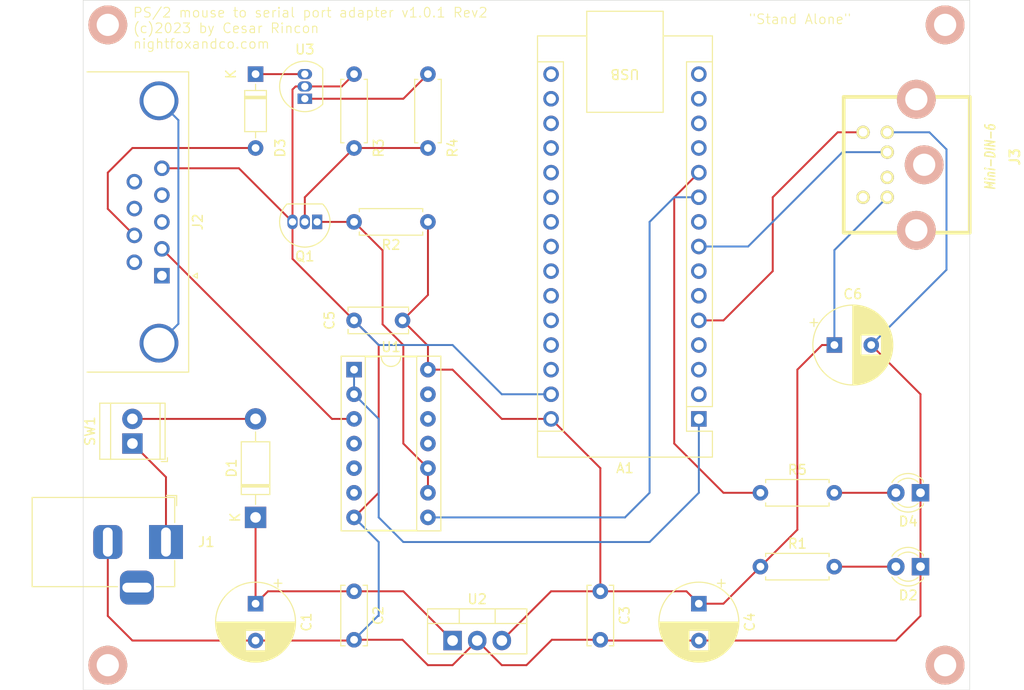
<source format=kicad_pcb>
(kicad_pcb (version 20221018) (generator pcbnew)
  (layers (0 "F.Cu" signal) (31 "B.Cu" signal) (34 "B.Paste" user) (35 "F.Paste" user) (36 "B.SilkS" user "B.Silkscreen") (37 "F.SilkS" user "F.Silkscreen") (38 "B.Mask" user) (39 "F.Mask" user) (44 "Edge.Cuts" user))
  (net 0 "")
  (net 1 "Net-(SW1-A)")
  (net 2 "Net-(D1-A)")
  (net 3 "Net-(A1-VIN)")
  (net 4 "Net-(D2-A)")
  (net 5 "Net-(Q1-C)")
  (net 6 "Net-(Q1-B)")
  (net 7 "Net-(D2-K)")
  (net 8 "Net-(U3-VO)")
  (net 9 "Net-(A1-D8)")
  (net 10 "Net-(D4-A)")
  (net 11 "Net-(D3-K)")
  (net 12 "Net-(D1-K)")
  (net 13 "Net-(A1-D1{slash}TX)")
  (net 14 "Net-(J2-Pad2)")
  (net 15 "Net-(A1-D7)")
  (net 19 "Net-(A1-D2)")
  (net 22 "Net-(A1-D5)")
  (net 41 "Net-(D3-A)")
  (net 44 "unconnected-(J2-PAD-Pad0)")
  (footprint "Connector_BarrelJack:BarrelJack_Horizontal" (layer "F.Cu") (at 33.94 81.28)
    (fp_text reference "J1" (at 4.16 0) (layer "F.SilkS"))
    (fp_text value "Barrel Jack 2.1 mm")
    (pad "1" thru_hole rect (at 0 0) (size 3.5 3.5) (drill oval 1 3) (layers "*.Cu" "*.Mask") (net 1 "Net-(SW1-A)"))
    (pad "2" thru_hole roundrect (at -6 0) (size 3 3.5) (drill oval 1 3) (layers "*.Cu" "*.Mask") (net 7 "Net-(D2-K)"))
    (pad "3" thru_hole roundrect (at -3 4.7) (size 3.5 3.5) (drill oval 3 1) (layers "*.Cu" "*.Mask"))
  )
  (footprint "Capacitor_THT:CP_Radial_D8.0mm_P3.80mm" (layer "F.Cu") (at 88.9 87.64 -90)
    (fp_text reference "C4" (at 1.9 -5.25 90) (layer "F.SilkS"))
    (fp_text value "220uF")
    (pad "1" thru_hole rect (at 0 0 270) (size 1.6 1.6) (drill 0.8) (layers "*.Cu" "*.Mask") (net 3 "Net-(A1-VIN)"))
    (pad "2" thru_hole circle (at 3.8 0 270) (size 1.6 1.6) (drill 0.8) (layers "*.Cu" "*.Mask") (net 7 "Net-(D2-K)"))
  )
  (footprint "" (layer "F.Cu") (at 27.94 27.94)
    (fp_text reference "" (at 0 0) (layer "F.SilkS") (effects (font (size 1.27 1.27))))
    (fp_text value "" (at 0 0) (layer "F.SilkS") (effects (font (size 1.27 1.27))))
    (pad "GND" thru_hole circle (at 0 0 270) (size 4.0005 4.0005) (drill 2.29108) (layers "*.Cu" "*.SilkS" "*.Mask"))
  )
  (footprint "" (layer "F.Cu") (at 114.3 93.98)
    (fp_text reference "" (at 0 0) (layer "F.SilkS") (effects (font (size 1.27 1.27))))
    (fp_text value "" (at 0 0) (layer "F.SilkS") (effects (font (size 1.27 1.27))))
    (pad "GND" thru_hole circle (at 0 0 270) (size 4.0005 4.0005) (drill 2.29108) (layers "*.Cu" "*.SilkS" "*.Mask"))
  )
  (footprint "Diode_THT:D_DO-41_SOD81_P10.16mm_Horizontal" (layer "F.Cu") (at 43.18 78.74 90)
    (fp_text reference "D1" (at 5.08 -2.47 90) (layer "F.SilkS"))
    (fp_text value "1N5817")
    (fp_text user "K" (at 0 -2.1 90) (layer "F.SilkS"))
    (pad "1" thru_hole rect (at 0 0 90) (size 2.2 2.2) (drill 1.1) (layers "*.Cu" "*.Mask") (net 12 "Net-(D1-K)"))
    (pad "2" thru_hole oval (at 10.16 0 90) (size 2.2 2.2) (drill 1.1) (layers "*.Cu" "*.Mask") (net 2 "Net-(D1-A)"))
  )
  (footprint "LED_THT:LED_D3.0mm" (layer "F.Cu") (at 111.76 83.82 180)
    (fp_text reference "D2" (at 1.27 -2.96) (layer "F.SilkS"))
    (fp_text value "3mm RED")
    (pad "1" thru_hole rect (at 0 0 180) (size 1.8 1.8) (drill 0.9) (layers "*.Cu" "*.Mask") (net 7 "Net-(D2-K)"))
    (pad "2" thru_hole circle (at 2.54 0 180) (size 1.8 1.8) (drill 0.9) (layers "*.Cu" "*.Mask") (net 4 "Net-(D2-A)"))
  )
  (footprint "Package_DIP:DIP-14_W7.62mm_Socket" (layer "F.Cu") (at 53.34 63.5)
    (fp_text reference "U1" (at 3.81 -2.33) (layer "F.SilkS"))
    (fp_text value "74LS00")
    (pad "1" thru_hole rect (at 0 0) (size 1.6 1.6) (drill 0.8) (layers "*.Cu" "*.Mask") (net 13 "Net-(A1-D1{slash}TX)"))
    (pad "2" thru_hole oval (at 0 2.54) (size 1.6 1.6) (drill 0.8) (layers "*.Cu" "*.Mask") (net 13 "Net-(A1-D1{slash}TX)"))
    (pad "3" thru_hole oval (at 0 5.08) (size 1.6 1.6) (drill 0.8) (layers "*.Cu" "*.Mask") (net 14 "Net-(J2-Pad2)"))
    (pad "4" thru_hole oval (at 0 7.62) (size 1.6 1.6) (drill 0.8) (layers "*.Cu" "*.Mask"))
    (pad "5" thru_hole oval (at 0 10.16) (size 1.6 1.6) (drill 0.8) (layers "*.Cu" "*.Mask"))
    (pad "6" thru_hole oval (at 0 12.7) (size 1.6 1.6) (drill 0.8) (layers "*.Cu" "*.Mask"))
    (pad "7" thru_hole oval (at 0 15.24) (size 1.6 1.6) (drill 0.8) (layers "*.Cu" "*.Mask") (net 7 "Net-(D2-K)"))
    (pad "8" thru_hole oval (at 7.62 15.24) (size 1.6 1.6) (drill 0.8) (layers "*.Cu" "*.Mask") (net 15 "Net-(A1-D7)"))
    (pad "9" thru_hole oval (at 7.62 12.7) (size 1.6 1.6) (drill 0.8) (layers "*.Cu" "*.Mask") (net 5 "Net-(Q1-C)"))
    (pad "10" thru_hole oval (at 7.62 10.16) (size 1.6 1.6) (drill 0.8) (layers "*.Cu" "*.Mask") (net 5 "Net-(Q1-C)"))
    (pad "11" thru_hole oval (at 7.62 7.62) (size 1.6 1.6) (drill 0.8) (layers "*.Cu" "*.Mask"))
    (pad "12" thru_hole oval (at 7.62 5.08) (size 1.6 1.6) (drill 0.8) (layers "*.Cu" "*.Mask"))
    (pad "13" thru_hole oval (at 7.62 2.54) (size 1.6 1.6) (drill 0.8) (layers "*.Cu" "*.Mask"))
    (pad "14" thru_hole oval (at 7.62 0) (size 1.6 1.6) (drill 0.8) (layers "*.Cu" "*.Mask") (net 3 "Net-(A1-VIN)"))
  )
  (footprint "Diode_THT:D_DO-35_SOD27_P7.62mm_Horizontal" (layer "F.Cu") (at 43.18 33.02 -90)
    (fp_text reference "D3" (at 7.62 -2.54 90) (layer "F.SilkS"))
    (fp_text value "1N4148")
    (fp_text user "K" (at 0 2.54 90) (layer "F.SilkS"))
    (pad "1" thru_hole rect (at 0 0 270) (size 1.6 1.6) (drill 0.8) (layers "*.Cu" "*.Mask") (net 11 "Net-(D3-K)"))
    (pad "2" thru_hole oval (at 7.62 0 270) (size 1.6 1.6) (drill 0.8) (layers "*.Cu" "*.Mask") (net 41 "Net-(D3-A)"))
  )
  (footprint "Resistor_THT:R_Axial_DIN0207_L6.3mm_D2.5mm_P7.62mm_Horizontal" (layer "F.Cu") (at 60.96 40.64 90)
    (fp_text reference "R4" (at 0 2.54 90) (layer "F.SilkS"))
    (fp_text value "1K")
    (pad "1" thru_hole circle (at 0 0 90) (size 1.6 1.6) (drill 0.8) (layers "*.Cu" "*.Mask") (net 6 "Net-(Q1-B)"))
    (pad "2" thru_hole oval (at 7.62 0 90) (size 1.6 1.6) (drill 0.8) (layers "*.Cu" "*.Mask") (net 8 "Net-(U3-VO)"))
  )
  (footprint "Capacitor_THT:C_Disc_D6.0mm_W2.5mm_P5.00mm" (layer "F.Cu") (at 53.34 86.36 -90)
    (fp_text reference "C2" (at 2.5 -2.5 90) (layer "F.SilkS"))
    (fp_text value "100nF")
    (pad "1" thru_hole circle (at 0 0 270) (size 1.6 1.6) (drill 0.8) (layers "*.Cu" "*.Mask") (net 12 "Net-(D1-K)"))
    (pad "2" thru_hole circle (at 5 0 270) (size 1.6 1.6) (drill 0.8) (layers "*.Cu" "*.Mask") (net 7 "Net-(D2-K)"))
  )
  (footprint "Resistor_THT:R_Axial_DIN0207_L6.3mm_D2.5mm_P7.62mm_Horizontal" (layer "F.Cu") (at 53.34 40.64 90)
    (fp_text reference "R3" (at 0 2.54 90) (layer "F.SilkS"))
    (fp_text value "10K")
    (pad "1" thru_hole circle (at 0 0 90) (size 1.6 1.6) (drill 0.8) (layers "*.Cu" "*.Mask") (net 6 "Net-(Q1-B)"))
    (pad "2" thru_hole oval (at 7.62 0 90) (size 1.6 1.6) (drill 0.8) (layers "*.Cu" "*.Mask") (net 7 "Net-(D2-K)"))
  )
  (footprint "LED_THT:LED_D3.0mm" (layer "F.Cu") (at 111.76 76.2 180)
    (fp_text reference "D4" (at 1.27 -2.96) (layer "F.SilkS"))
    (fp_text value "3mm YELLOW")
    (pad "1" thru_hole rect (at 0 0 180) (size 1.8 1.8) (drill 0.9) (layers "*.Cu" "*.Mask") (net 7 "Net-(D2-K)"))
    (pad "2" thru_hole circle (at 2.54 0 180) (size 1.8 1.8) (drill 0.9) (layers "*.Cu" "*.Mask") (net 10 "Net-(D4-A)"))
  )
  (footprint "Package_TO_SOT_THT:TO-92_Inline" (layer "F.Cu") (at 48.26 35.56 90)
    (fp_text reference "U3" (at 5.08 0) (layer "F.SilkS"))
    (fp_text value "L78L05")
    (pad "1" thru_hole rect (at 0 0 90) (size 1.05 1.5) (drill 0.75) (layers "*.Cu" "*.Mask") (net 8 "Net-(U3-VO)"))
    (pad "2" thru_hole oval (at 1.27 0 90) (size 1.05 1.5) (drill 0.75) (layers "*.Cu" "*.Mask") (net 7 "Net-(D2-K)"))
    (pad "3" thru_hole oval (at 2.54 0 90) (size 1.05 1.5) (drill 0.75) (layers "*.Cu" "*.Mask") (net 11 "Net-(D3-K)"))
  )
  (footprint "" (layer "F.Cu") (at 27.94 93.98)
    (fp_text reference "" (at 0 0) (layer "F.SilkS") (effects (font (size 1.27 1.27))))
    (fp_text value "" (at 0 0) (layer "F.SilkS") (effects (font (size 1.27 1.27))))
    (pad "GND" thru_hole circle (at 0 0 270) (size 4.0005 4.0005) (drill 2.29108) (layers "*.Cu" "*.SilkS" "*.Mask"))
  )
  (footprint "Resistor_THT:R_Axial_DIN0207_L6.3mm_D2.5mm_P7.62mm_Horizontal" (layer "F.Cu") (at 60.96 48.26 180)
    (fp_text reference "R2" (at 3.81 -2.37) (layer "F.SilkS"))
    (fp_text value "10K")
    (pad "1" thru_hole circle (at 0 0 180) (size 1.6 1.6) (drill 0.8) (layers "*.Cu" "*.Mask") (net 3 "Net-(A1-VIN)"))
    (pad "2" thru_hole oval (at 7.62 0 180) (size 1.6 1.6) (drill 0.8) (layers "*.Cu" "*.Mask") (net 5 "Net-(Q1-C)"))
  )
  (footprint "Resistor_THT:R_Axial_DIN0207_L6.3mm_D2.5mm_P7.62mm_Horizontal" (layer "F.Cu") (at 95.25 76.2)
    (fp_text reference "R5" (at 3.81 -2.37) (layer "F.SilkS"))
    (fp_text value "330R")
    (pad "1" thru_hole circle (at 0 0) (size 1.6 1.6) (drill 0.8) (layers "*.Cu" "*.Mask") (net 9 "Net-(A1-D8)"))
    (pad "2" thru_hole oval (at 7.62 0) (size 1.6 1.6) (drill 0.8) (layers "*.Cu" "*.Mask") (net 10 "Net-(D4-A)"))
  )
  (footprint "" (layer "F.Cu") (at 114.3 27.94)
    (fp_text reference "" (at 0 0) (layer "F.SilkS") (effects (font (size 1.27 1.27))))
    (fp_text value "" (at 0 0) (layer "F.SilkS") (effects (font (size 1.27 1.27))))
    (pad "GND" thru_hole circle (at 0 0 270) (size 4.0005 4.0005) (drill 2.29108) (layers "*.Cu" "*.SilkS" "*.Mask"))
  )
  (footprint "Capacitor_THT:C_Disc_D6.0mm_W2.5mm_P5.00mm" (layer "F.Cu") (at 78.74 86.36 -90)
    (fp_text reference "C3" (at 2.5 -2.5 90) (layer "F.SilkS"))
    (fp_text value "100nF")
    (pad "1" thru_hole circle (at 0 0 270) (size 1.6 1.6) (drill 0.8) (layers "*.Cu" "*.Mask") (net 3 "Net-(A1-VIN)"))
    (pad "2" thru_hole circle (at 5 0 270) (size 1.6 1.6) (drill 0.8) (layers "*.Cu" "*.Mask") (net 7 "Net-(D2-K)"))
  )
  (footprint "Connector_Dsub:DSUB-9_Female_Horizontal_P2.77x2.84mm_EdgePinOffset4.94mm_Housed_MountingHolesOffset7.48mm" (layer "F.Cu") (at 33.520331 53.81 -90)
    (fp_text reference "J2" (at -5.54 -3.7 90) (layer "F.SilkS"))
    (fp_text value "DB9 Female")
    (pad "0" thru_hole circle (at -18.04 0.3 270) (size 4 4) (drill 3.2) (layers "*.Cu" "*.Mask") (net 44 "unconnected-(J2-PAD-Pad0)"))
    (pad "0" thru_hole circle (at 6.96 0.3 270) (size 4 4) (drill 3.2) (layers "*.Cu" "*.Mask") (net 44 "unconnected-(J2-PAD-Pad0)"))
    (pad "1" thru_hole rect (at 0 0 270) (size 1.6 1.6) (drill 1) (layers "*.Cu" "*.Mask"))
    (pad "2" thru_hole circle (at -2.77 0 270) (size 1.6 1.6) (drill 1) (layers "*.Cu" "*.Mask") (net 14 "Net-(J2-Pad2)"))
    (pad "3" thru_hole circle (at -5.54 0 270) (size 1.6 1.6) (drill 1) (layers "*.Cu" "*.Mask"))
    (pad "4" thru_hole circle (at -8.31 0 270) (size 1.6 1.6) (drill 1) (layers "*.Cu" "*.Mask"))
    (pad "5" thru_hole circle (at -11.08 0 270) (size 1.6 1.6) (drill 1) (layers "*.Cu" "*.Mask") (net 7 "Net-(D2-K)"))
    (pad "6" thru_hole circle (at -1.385 2.84 270) (size 1.6 1.6) (drill 1) (layers "*.Cu" "*.Mask"))
    (pad "7" thru_hole circle (at -4.155 2.84 270) (size 1.6 1.6) (drill 1) (layers "*.Cu" "*.Mask") (net 41 "Net-(D3-A)"))
    (pad "8" thru_hole circle (at -6.925 2.84 270) (size 1.6 1.6) (drill 1) (layers "*.Cu" "*.Mask"))
    (pad "9" thru_hole circle (at -9.695 2.84 270) (size 1.6 1.6) (drill 1) (layers "*.Cu" "*.Mask"))
  )
  (footprint "Package_TO_SOT_THT:TO-92_Inline" (layer "F.Cu") (at 49.53 48.26 180)
    (fp_text reference "Q1" (at 1.27 -3.56) (layer "F.SilkS"))
    (fp_text value "BC547")
    (pad "1" thru_hole rect (at 0 0 180) (size 1.05 1.5) (drill 0.75) (layers "*.Cu" "*.Mask") (net 5 "Net-(Q1-C)"))
    (pad "2" thru_hole oval (at 1.27 0 180) (size 1.05 1.5) (drill 0.75) (layers "*.Cu" "*.Mask") (net 6 "Net-(Q1-B)"))
    (pad "3" thru_hole oval (at 2.54 0 180) (size 1.05 1.5) (drill 0.75) (layers "*.Cu" "*.Mask") (net 7 "Net-(D2-K)"))
  )
  (footprint "Module:Arduino_Nano" (layer "F.Cu") (at 88.9 68.58 180)
    (fp_text reference "A1" (at 7.62 -5.08) (layer "F.SilkS"))
    (fp_text value "Arduino NANO v3")
    (fp_text user "USB" (at 7.62 35.56 180 unlocked) (layer "F.SilkS"))
    (pad "1" thru_hole rect (at 0 0 180) (size 1.6 1.6) (drill 1) (layers "*.Cu" "*.Mask") (net 13 "Net-(A1-D1{slash}TX)"))
    (pad "2" thru_hole oval (at 0 2.54 180) (size 1.6 1.6) (drill 1) (layers "*.Cu" "*.Mask"))
    (pad "3" thru_hole oval (at 0 5.08 180) (size 1.6 1.6) (drill 1) (layers "*.Cu" "*.Mask"))
    (pad "4" thru_hole oval (at 0 7.62 180) (size 1.6 1.6) (drill 1) (layers "*.Cu" "*.Mask"))
    (pad "5" thru_hole oval (at 0 10.16 180) (size 1.6 1.6) (drill 1) (layers "*.Cu" "*.Mask") (net 19 "Net-(A1-D2)"))
    (pad "6" thru_hole oval (at 0 12.7 180) (size 1.6 1.6) (drill 1) (layers "*.Cu" "*.Mask"))
    (pad "7" thru_hole oval (at 0 15.24 180) (size 1.6 1.6) (drill 1) (layers "*.Cu" "*.Mask"))
    (pad "8" thru_hole oval (at 0 17.78 180) (size 1.6 1.6) (drill 1) (layers "*.Cu" "*.Mask") (net 22 "Net-(A1-D5)"))
    (pad "9" thru_hole oval (at 0 20.32 180) (size 1.6 1.6) (drill 1) (layers "*.Cu" "*.Mask"))
    (pad "10" thru_hole oval (at 0 22.86 180) (size 1.6 1.6) (drill 1) (layers "*.Cu" "*.Mask") (net 15 "Net-(A1-D7)"))
    (pad "11" thru_hole oval (at 0 25.4 180) (size 1.6 1.6) (drill 1) (layers "*.Cu" "*.Mask") (net 9 "Net-(A1-D8)"))
    (pad "12" thru_hole oval (at 0 27.94 180) (size 1.6 1.6) (drill 1) (layers "*.Cu" "*.Mask"))
    (pad "13" thru_hole oval (at 0 30.48 180) (size 1.6 1.6) (drill 1) (layers "*.Cu" "*.Mask"))
    (pad "14" thru_hole oval (at 0 33.02 180) (size 1.6 1.6) (drill 1) (layers "*.Cu" "*.Mask"))
    (pad "15" thru_hole oval (at 0 35.56 180) (size 1.6 1.6) (drill 1) (layers "*.Cu" "*.Mask"))
    (pad "16" thru_hole oval (at 15.24 35.56 180) (size 1.6 1.6) (drill 1) (layers "*.Cu" "*.Mask"))
    (pad "17" thru_hole oval (at 15.24 33.02 180) (size 1.6 1.6) (drill 1) (layers "*.Cu" "*.Mask"))
    (pad "18" thru_hole oval (at 15.24 30.48 180) (size 1.6 1.6) (drill 1) (layers "*.Cu" "*.Mask"))
    (pad "19" thru_hole oval (at 15.24 27.94 180) (size 1.6 1.6) (drill 1) (layers "*.Cu" "*.Mask"))
    (pad "20" thru_hole oval (at 15.24 25.4 180) (size 1.6 1.6) (drill 1) (layers "*.Cu" "*.Mask"))
    (pad "21" thru_hole oval (at 15.24 22.86 180) (size 1.6 1.6) (drill 1) (layers "*.Cu" "*.Mask"))
    (pad "22" thru_hole oval (at 15.24 20.32 180) (size 1.6 1.6) (drill 1) (layers "*.Cu" "*.Mask"))
    (pad "23" thru_hole oval (at 15.24 17.78 180) (size 1.6 1.6) (drill 1) (layers "*.Cu" "*.Mask"))
    (pad "24" thru_hole oval (at 15.24 15.24 180) (size 1.6 1.6) (drill 1) (layers "*.Cu" "*.Mask"))
    (pad "25" thru_hole oval (at 15.24 12.7 180) (size 1.6 1.6) (drill 1) (layers "*.Cu" "*.Mask"))
    (pad "26" thru_hole oval (at 15.24 10.16 180) (size 1.6 1.6) (drill 1) (layers "*.Cu" "*.Mask"))
    (pad "27" thru_hole oval (at 15.24 7.62 180) (size 1.6 1.6) (drill 1) (layers "*.Cu" "*.Mask"))
    (pad "28" thru_hole oval (at 15.24 5.08 180) (size 1.6 1.6) (drill 1) (layers "*.Cu" "*.Mask"))
    (pad "29" thru_hole oval (at 15.24 2.54 180) (size 1.6 1.6) (drill 1) (layers "*.Cu" "*.Mask") (net 7 "Net-(D2-K)"))
    (pad "30" thru_hole oval (at 15.24 0 180) (size 1.6 1.6) (drill 1) (layers "*.Cu" "*.Mask") (net 3 "Net-(A1-VIN)"))
  )
  (footprint "Resistor_THT:R_Axial_DIN0207_L6.3mm_D2.5mm_P7.62mm_Horizontal" (layer "F.Cu") (at 95.25 83.82)
    (fp_text reference "R1" (at 3.81 -2.37) (layer "F.SilkS"))
    (fp_text value "330R")
    (pad "1" thru_hole circle (at 0 0) (size 1.6 1.6) (drill 0.8) (layers "*.Cu" "*.Mask") (net 3 "Net-(A1-VIN)"))
    (pad "2" thru_hole oval (at 7.62 0) (size 1.6 1.6) (drill 0.8) (layers "*.Cu" "*.Mask") (net 4 "Net-(D2-A)"))
  )
  (footprint "Package_TO_SOT_THT:TO-220-3_Vertical" (layer "F.Cu") (at 63.5 91.44)
    (fp_text reference "U2" (at 2.54 -4.27) (layer "F.SilkS"))
    (fp_text value "L7805")
    (pad "1" thru_hole rect (at 0 0) (size 1.905 2) (drill 1.1) (layers "*.Cu" "*.Mask") (net 12 "Net-(D1-K)"))
    (pad "2" thru_hole oval (at 2.54 0) (size 1.905 2) (drill 1.1) (layers "*.Cu" "*.Mask") (net 7 "Net-(D2-K)"))
    (pad "3" thru_hole oval (at 5.08 0) (size 1.905 2) (drill 1.1) (layers "*.Cu" "*.Mask") (net 3 "Net-(A1-VIN)"))
  )
  (footprint "CustomFootPrints:Conn_Mini_DIN_6pin" (layer "F.Cu") (at 116.84 42.36974 -90)
    (fp_text reference "J3" (at -0.81026 -4.65074 90) (layer "F.SilkS") (effects (font (size 1.016 1.016) (thickness 0.2032))))
    (fp_text value "Mini-DIN-6" (at -0.81026 -2.11074 90) (layer "F.SilkS") (effects (font (size 1.016 0.762) (thickness 0.1524) italic)))
    (pad "1" thru_hole circle (at -1.30048 8.509 90) (size 1.3716 1.3716) (drill 0.889) (layers "*.Cu" "*.Mask" "F.SilkS") (net 22 "Net-(A1-D5)"))
    (pad "2" thru_hole circle (at 1.30048 8.509 90) (size 1.3716 1.3716) (drill 0.889) (layers "*.Cu" "*.Mask" "F.SilkS"))
    (pad "3" thru_hole circle (at -3.35026 8.509 90) (size 1.3716 1.3716) (drill 0.889) (layers "*.Cu" "*.Mask" "F.SilkS") (net 7 "Net-(D2-K)"))
    (pad "4" thru_hole circle (at 3.35026 8.509 90) (size 1.3716 1.3716) (drill 0.889) (layers "*.Cu" "*.Mask" "F.SilkS") (net 3 "Net-(A1-VIN)"))
    (pad "5" thru_hole circle (at -3.35026 11.00074 90) (size 1.3716 1.3716) (drill 0.889) (layers "*.Cu" "*.Mask" "F.SilkS") (net 19 "Net-(A1-D2)"))
    (pad "6" thru_hole circle (at 3.35026 11.00074 90) (size 1.3716 1.3716) (drill 0.889) (layers "*.Cu" "*.Mask" "F.SilkS"))
    (pad "GND" thru_hole circle (at -6.75894 5.50926 90) (size 4.0005 4.0005) (drill 2.29108) (layers "*.Cu" "*.SilkS" "*.Mask"))
    (pad "GND" thru_hole circle (at 0 4.699 90) (size 4.0005 4.0005) (drill 2.29108) (layers "*.Cu" "*.SilkS" "*.Mask"))
    (pad "GND" thru_hole circle (at 6.75894 5.50926 90) (size 4.0005 4.0005) (drill 2.29108) (layers "*.Cu" "*.SilkS" "*.Mask"))
  )
  (footprint "Capacitor_THT:CP_Radial_D8.0mm_P3.80mm" (layer "F.Cu") (at 43.18 87.64 -90)
    (fp_text reference "C1" (at 1.9 -5.25 90) (layer "F.SilkS"))
    (fp_text value "470uF")
    (pad "1" thru_hole rect (at 0 0 270) (size 1.6 1.6) (drill 0.8) (layers "*.Cu" "*.Mask") (net 12 "Net-(D1-K)"))
    (pad "2" thru_hole circle (at 3.8 0 270) (size 1.6 1.6) (drill 0.8) (layers "*.Cu" "*.Mask") (net 7 "Net-(D2-K)"))
  )
  (footprint "Capacitor_THT:CP_Radial_D8.0mm_P3.80mm" (layer "F.Cu") (at 102.88 60.96)
    (fp_text reference "C6" (at 1.9 -5.25) (layer "F.SilkS"))
    (fp_text value "100uF")
    (pad "1" thru_hole rect (at 0 0) (size 1.6 1.6) (drill 0.8) (layers "*.Cu" "*.Mask") (net 3 "Net-(A1-VIN)"))
    (pad "2" thru_hole circle (at 3.8 0) (size 1.6 1.6) (drill 0.8) (layers "*.Cu" "*.Mask") (net 7 "Net-(D2-K)"))
  )
  (footprint "TerminalBlock_TE-Connectivity:TerminalBlock_TE_282834-2_1x02_P2.54mm_Horizontal" (layer "F.Cu") (at 30.48 71.12 90)
    (fp_text reference "SW1" (at 1.27 -4.37 90) (layer "F.SilkS"))
    (fp_text value "1C2P")
    (pad "1" thru_hole rect (at 0 0 90) (size 2.1 2.1) (drill 1.1) (layers "*.Cu" "*.Mask") (net 1 "Net-(SW1-A)"))
    (pad "2" thru_hole circle (at 2.54 0 90) (size 2.1 2.1) (drill 1.1) (layers "*.Cu" "*.Mask") (net 2 "Net-(D1-A)"))
  )
  (footprint "Capacitor_THT:C_Disc_D6.0mm_W2.5mm_P5.00mm" (layer "F.Cu") (at 58.34 58.42 180)
    (fp_text reference "C5" (at 7.54 0 90) (layer "F.SilkS"))
    (fp_text value "100nF")
    (pad "1" thru_hole circle (at 0 0 180) (size 1.6 1.6) (drill 0.8) (layers "*.Cu" "*.Mask") (net 3 "Net-(A1-VIN)"))
    (pad "2" thru_hole circle (at 5 0 180) (size 1.6 1.6) (drill 0.8) (layers "*.Cu" "*.Mask") (net 7 "Net-(D2-K)"))
  )
  (gr_rect (start 25.4 25.4) (end 116.84 96.52) (stroke (width 0.05)) (fill none) (layer "Edge.Cuts"))
  (gr_text "PS/2 mouse to serial port adapter v1.0.1 Rev2\n(c)2023 by Cesar Rincon\nnightfoxandco.com" (at 30.48 30.48) (layer "F.SilkS") (effects (font (size 1 1) (thickness 0.1)) (justify left bottom)))
  (gr_text "{dblquote}Stand Alone{dblquote}" (at 93.98 27.94) (layer "F.SilkS") (effects (font (size 1 1) (thickness 0.1)) (justify left bottom)))
  (segment (start 33.94 81.28) (end 33.94 74.58) (width 0.2) (layer "F.Cu") (net 1))
  (segment (start 33.94 74.58) (end 30.48 71.12) (width 0.2) (layer "F.Cu") (net 1))
  (segment (start 30.48 68.58) (end 43.18 68.58) (width 0.2) (layer "F.Cu") (net 2))
  (segment (start 78.74 86.36) (end 73.66 86.36) (width 0.2) (layer "F.Cu") (net 3))
  (segment (start 87.62 86.36) (end 88.9 87.64) (width 0.2) (layer "F.Cu") (net 3))
  (segment (start 78.74 86.36) (end 87.62 86.36) (width 0.2) (layer "F.Cu") (net 3))
  (segment (start 78.74 73.66) (end 73.66 68.58) (width 0.2) (layer "F.Cu") (net 3))
  (segment (start 60.96 61.04) (end 58.34 58.42) (width 0.2) (layer "F.Cu") (net 3))
  (segment (start 60.96 63.5) (end 63.5 63.5) (width 0.2) (layer "F.Cu") (net 3))
  (segment (start 68.58 68.58) (end 73.66 68.58) (width 0.2) (layer "F.Cu") (net 3))
  (segment (start 101.6 60.96) (end 99.06 63.5) (width 0.2) (layer "F.Cu") (net 3))
  (segment (start 73.66 86.36) (end 68.58 91.44) (width 0.2) (layer "F.Cu") (net 3))
  (segment (start 99.06 80.01) (end 95.25 83.82) (width 0.2) (layer "F.Cu") (net 3))
  (segment (start 60.96 55.8) (end 58.34 58.42) (width 0.2) (layer "F.Cu") (net 3))
  (segment (start 78.74 86.36) (end 78.74 73.66) (width 0.2) (layer "F.Cu") (net 3))
  (segment (start 91.43 87.64) (end 95.25 83.82) (width 0.2) (layer "F.Cu") (net 3))
  (segment (start 60.96 63.5) (end 60.96 61.04) (width 0.2) (layer "F.Cu") (net 3))
  (segment (start 99.06 63.5) (end 99.06 80.01) (width 0.2) (layer "F.Cu") (net 3))
  (segment (start 63.5 63.5) (end 68.58 68.58) (width 0.2) (layer "F.Cu") (net 3))
  (segment (start 88.9 87.64) (end 91.43 87.64) (width 0.2) (layer "F.Cu") (net 3))
  (segment (start 102.88 60.96) (end 101.6 60.96) (width 0.2) (layer "F.Cu") (net 3))
  (segment (start 60.96 48.26) (end 60.96 55.8) (width 0.2) (layer "F.Cu") (net 3))
  (segment (start 102.88 60.96) (end 102.88 51.171) (width 0.2) (layer "B.Cu") (net 3))
  (segment (start 102.88 51.171) (end 108.331 45.72) (width 0.2) (layer "B.Cu") (net 3))
  (segment (start 102.87 83.82) (end 109.22 83.82) (width 0.2) (layer "F.Cu") (net 4))
  (segment (start 58.42 60.96) (end 58.42 71.12) (width 0.2) (layer "F.Cu") (net 5))
  (segment (start 56.28 58.82) (end 58.42 60.96) (width 0.2) (layer "F.Cu") (net 5))
  (segment (start 60.96 73.66) (end 60.96 76.2) (width 0.2) (layer "F.Cu") (net 5))
  (segment (start 58.42 71.12) (end 60.96 73.66) (width 0.2) (layer "F.Cu") (net 5))
  (segment (start 53.34 48.26) (end 56.28 51.2) (width 0.2) (layer "F.Cu") (net 5))
  (segment (start 53.34 48.26) (end 49.53 48.26) (width 0.2) (layer "F.Cu") (net 5))
  (segment (start 56.28 51.2) (end 56.28 58.82) (width 0.2) (layer "F.Cu") (net 5))
  (segment (start 60.96 40.64) (end 53.34 40.64) (width 0.2) (layer "F.Cu") (net 6))
  (segment (start 53.34 40.64) (end 48.26 45.72) (width 0.2) (layer "F.Cu") (net 6))
  (segment (start 48.26 45.72) (end 48.26 48.26) (width 0.2) (layer "F.Cu") (net 6))
  (segment (start 27.94 88.9) (end 30.48 91.44) (width 0.2) (layer "F.Cu") (net 7))
  (segment (start 60.96 93.98) (end 63.5 93.98) (width 0.2) (layer "F.Cu") (net 7))
  (segment (start 53.34 58.42) (end 55.88 60.96) (width 0.2) (layer "F.Cu") (net 7))
  (segment (start 88.9 91.44) (end 78.82 91.44) (width 0.2) (layer "F.Cu") (net 7))
  (segment (start 46.99 34.61) (end 47.31 34.29) (width 0.2) (layer "F.Cu") (net 7))
  (segment (start 73.74 91.36) (end 71.12 93.98) (width 0.2) (layer "F.Cu") (net 7))
  (segment (start 46.99 48.26) (end 46.99 52.07) (width 0.2) (layer "F.Cu") (net 7))
  (segment (start 111.76 66.04) (end 106.68 60.96) (width 0.2) (layer "F.Cu") (net 7))
  (segment (start 88.9 91.44) (end 109.22 91.44) (width 0.2) (layer "F.Cu") (net 7))
  (segment (start 78.74 91.36) (end 73.74 91.36) (width 0.2) (layer "F.Cu") (net 7))
  (segment (start 41.46 42.73) (end 46.99 48.26) (width 0.2) (layer "F.Cu") (net 7))
  (segment (start 111.76 76.2) (end 111.76 83.82) (width 0.2) (layer "F.Cu") (net 7))
  (segment (start 109.22 91.44) (end 111.76 88.9) (width 0.2) (layer "F.Cu") (net 7))
  (segment (start 52.07 34.29) (end 48.26 34.29) (width 0.2) (layer "F.Cu") (net 7))
  (segment (start 55.88 76.2) (end 53.34 78.74) (width 0.2) (layer "F.Cu") (net 7))
  (segment (start 78.82 91.44) (end 78.74 91.36) (width 0.2) (layer "F.Cu") (net 7))
  (segment (start 53.34 33.02) (end 52.07 34.29) (width 0.2) (layer "F.Cu") (net 7))
  (segment (start 58.34 91.36) (end 60.96 93.98) (width 0.2) (layer "F.Cu") (net 7))
  (segment (start 68.58 93.98) (end 66.04 91.44) (width 0.2) (layer "F.Cu") (net 7))
  (segment (start 43.18 91.44) (end 53.26 91.44) (width 0.2) (layer "F.Cu") (net 7))
  (segment (start 55.88 60.96) (end 55.88 76.2) (width 0.2) (layer "F.Cu") (net 7))
  (segment (start 47.31 34.29) (end 48.26 34.29) (width 0.2) (layer "F.Cu") (net 7))
  (segment (start 111.76 76.2) (end 111.76 66.04) (width 0.2) (layer "F.Cu") (net 7))
  (segment (start 63.5 93.98) (end 66.04 91.44) (width 0.2) (layer "F.Cu") (net 7))
  (segment (start 46.99 48.26) (end 46.99 34.61) (width 0.2) (layer "F.Cu") (net 7))
  (segment (start 71.12 93.98) (end 68.58 93.98) (width 0.2) (layer "F.Cu") (net 7))
  (segment (start 53.26 91.44) (end 53.34 91.36) (width 0.2) (layer "F.Cu") (net 7))
  (segment (start 30.48 91.44) (end 43.18 91.44) (width 0.2) (layer "F.Cu") (net 7))
  (segment (start 111.76 88.9) (end 111.76 83.82) (width 0.2) (layer "F.Cu") (net 7))
  (segment (start 33.520331 42.73) (end 41.46 42.73) (width 0.2) (layer "F.Cu") (net 7))
  (segment (start 27.94 81.28) (end 27.94 88.9) (width 0.2) (layer "F.Cu") (net 7))
  (segment (start 46.99 52.07) (end 53.34 58.42) (width 0.2) (layer "F.Cu") (net 7))
  (segment (start 53.34 91.36) (end 58.34 91.36) (width 0.2) (layer "F.Cu") (net 7))
  (segment (start 63.5 60.96) (end 55.88 60.96) (width 0.2) (layer "B.Cu") (net 7))
  (segment (start 114.44125 40.78125) (end 112.67948 39.01948) (width 0.2) (layer "B.Cu") (net 7))
  (segment (start 55.88 81.28) (end 53.34 78.74) (width 0.2) (layer "B.Cu") (net 7))
  (segment (start 73.66 66.04) (end 68.58 66.04) (width 0.2) (layer "B.Cu") (net 7))
  (segment (start 68.58 66.04) (end 63.5 60.96) (width 0.2) (layer "B.Cu") (net 7))
  (segment (start 55.8 88.9) (end 55.88 88.9) (width 0.2) (layer "B.Cu") (net 7))
  (segment (start 112.67948 39.01948) (end 108.331 39.01948) (width 0.2) (layer "B.Cu") (net 7))
  (segment (start 106.68 60.96) (end 114.44125 53.19875) (width 0.2) (layer "B.Cu") (net 7))
  (segment (start 55.88 88.9) (end 55.88 81.28) (width 0.2) (layer "B.Cu") (net 7))
  (segment (start 53.34 91.36) (end 55.8 88.9) (width 0.2) (layer "B.Cu") (net 7))
  (segment (start 114.44125 53.19875) (end 114.44125 40.78125) (width 0.2) (layer "B.Cu") (net 7))
  (segment (start 55.88 60.96) (end 53.34 58.42) (width 0.2) (layer "B.Cu") (net 7))
  (segment (start 58.42 35.56) (end 48.26 35.56) (width 0.2) (layer "F.Cu") (net 8))
  (segment (start 60.96 33.02) (end 58.42 35.56) (width 0.2) (layer "F.Cu") (net 8))
  (segment (start 86.36 45.72) (end 88.9 43.18) (width 0.2) (layer "F.Cu") (net 9))
  (segment (start 95.25 76.2) (end 91.44 76.2) (width 0.2) (layer "F.Cu") (net 9))
  (segment (start 86.36 71.12) (end 86.36 45.72) (width 0.2) (layer "F.Cu") (net 9))
  (segment (start 91.44 76.2) (end 86.36 71.12) (width 0.2) (layer "F.Cu") (net 9))
  (segment (start 102.87 76.2) (end 109.22 76.2) (width 0.2) (layer "F.Cu") (net 10))
  (segment (start 43.18 33.02) (end 48.26 33.02) (width 0.2) (layer "F.Cu") (net 11))
  (segment (start 53.34 86.36) (end 58.42 86.36) (width 0.2) (layer "F.Cu") (net 12))
  (segment (start 43.18 78.74) (end 43.18 87.64) (width 0.2) (layer "F.Cu") (net 12))
  (segment (start 58.42 86.36) (end 63.5 91.44) (width 0.2) (layer "F.Cu") (net 12))
  (segment (start 44.46 86.36) (end 43.18 87.64) (width 0.2) (layer "F.Cu") (net 12))
  (segment (start 53.34 86.36) (end 44.46 86.36) (width 0.2) (layer "F.Cu") (net 12))
  (segment (start 55.88 78.74) (end 55.88 68.58) (width 0.2) (layer "B.Cu") (net 13))
  (segment (start 58.42 81.28) (end 55.88 78.74) (width 0.2) (layer "B.Cu") (net 13))
  (segment (start 53.34 63.5) (end 53.34 66.04) (width 0.2) (layer "B.Cu") (net 13))
  (segment (start 55.88 68.58) (end 53.34 66.04) (width 0.2) (layer "B.Cu") (net 13))
  (segment (start 88.9 68.58) (end 88.9 76.2) (width 0.2) (layer "B.Cu") (net 13))
  (segment (start 88.9 76.2) (end 83.82 81.28) (width 0.2) (layer "B.Cu") (net 13))
  (segment (start 83.82 81.28) (end 58.42 81.28) (width 0.2) (layer "B.Cu") (net 13))
  (segment (start 53.34 68.58) (end 51.060331 68.58) (width 0.2) (layer "F.Cu") (net 14))
  (segment (start 51.060331 68.58) (end 33.520331 51.04) (width 0.2) (layer "F.Cu") (net 14))
  (segment (start 86.36 45.72) (end 83.82 48.26) (width 0.2) (layer "B.Cu") (net 15))
  (segment (start 88.9 45.72) (end 86.36 45.72) (width 0.2) (layer "B.Cu") (net 15))
  (segment (start 83.82 48.26) (end 83.82 76.2) (width 0.2) (layer "B.Cu") (net 15))
  (segment (start 83.82 76.2) (end 81.28 78.74) (width 0.2) (layer "B.Cu") (net 15))
  (segment (start 81.28 78.74) (end 60.96 78.74) (width 0.2) (layer "B.Cu") (net 15))
  (segment (start 91.44 58.42) (end 88.9 58.42) (width 0.2) (layer "F.Cu") (net 19))
  (segment (start 96.52 53.34) (end 91.44 58.42) (width 0.2) (layer "F.Cu") (net 19))
  (segment (start 103.22052 39.01948) (end 96.52 45.72) (width 0.2) (layer "F.Cu") (net 19))
  (segment (start 96.52 45.72) (end 96.52 53.34) (width 0.2) (layer "F.Cu") (net 19))
  (segment (start 105.83926 39.01948) (end 103.22052 39.01948) (width 0.2) (layer "F.Cu") (net 19))
  (segment (start 88.9 50.8) (end 93.98 50.8) (width 0.2) (layer "B.Cu") (net 22))
  (segment (start 93.98 50.8) (end 103.71074 41.06926) (width 0.2) (layer "B.Cu") (net 22))
  (segment (start 103.71074 41.06926) (end 108.331 41.06926) (width 0.2) (layer "B.Cu") (net 22))
  (segment (start 27.94 43.18) (end 27.94 46.914669) (width 0.2) (layer "F.Cu") (net 41))
  (segment (start 43.18 40.64) (end 30.48 40.64) (width 0.2) (layer "F.Cu") (net 41))
  (segment (start 30.48 40.64) (end 27.94 43.18) (width 0.2) (layer "F.Cu") (net 41))
  (segment (start 27.94 46.914669) (end 30.680331 49.655) (width 0.2) (layer "F.Cu") (net 41))
  (segment (start 33.220331 35.77) (end 35.220331 37.77) (width 0.2) (layer "B.Cu") (net 44))
  (segment (start 35.220331 37.77) (end 35.220331 58.77) (width 0.2) (layer "B.Cu") (net 44))
  (segment (start 35.220331 58.77) (end 33.220331 60.77) (width 0.2) (layer "B.Cu") (net 44))
)
</source>
